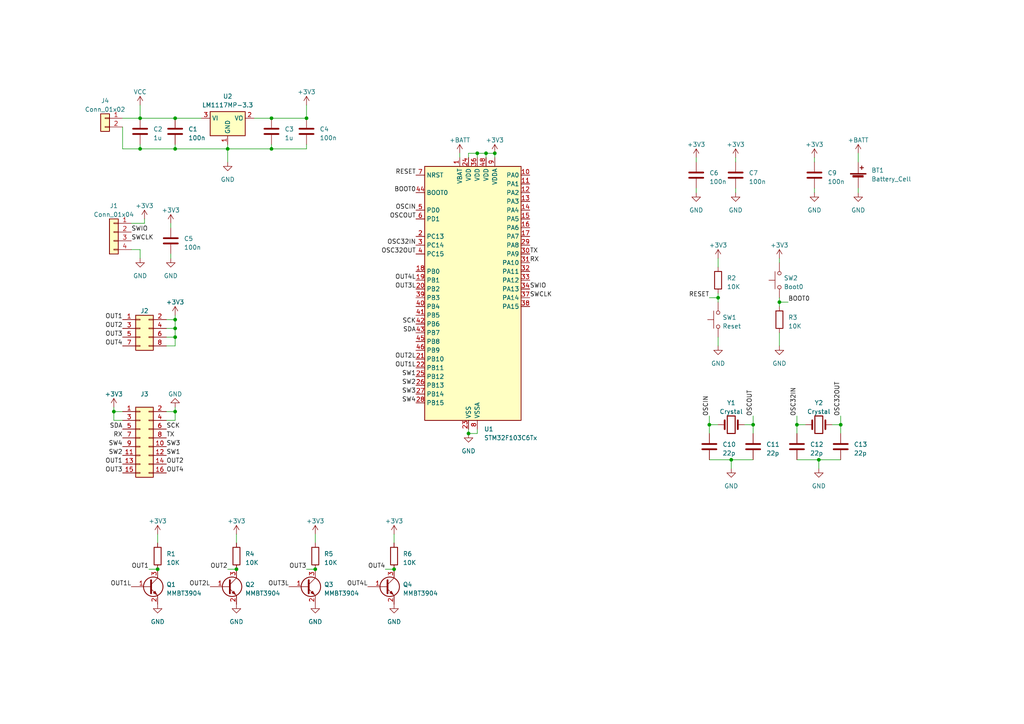
<source format=kicad_sch>
(kicad_sch (version 20230121) (generator eeschema)
  (paper "A4")
  (lib_symbols
    (symbol "Connector_Generic:Conn_01x02" (pin_names (offset 1.016) hide)
      (property "Reference" "J" (at 0 2.54 0))
      (property "Value" "Conn_01x02" (at 0 -5.08 0))
      (symbol "Conn_01x02_1_1"
        (rectangle (start -1.27 -2.413) (end 0 -2.667) (stroke (width 0.1524)))
        (rectangle (start -1.27 0.127) (end 0 -0.127) (stroke (width 0.1524)))
        (rectangle (start -1.27 1.27) (end 1.27 -3.81) (stroke (width 0.254)) (fill (type background)))
        (pin passive line (at -5.08 0 0) (length 3.81) (name "Pin_1") (number "1"))
        (pin passive line (at -5.08 -2.54 0) (length 3.81) (name "Pin_2") (number "2"))
      )
    )
    (symbol "Connector_Generic:Conn_01x04" (pin_names (offset 1.016) hide)
      (property "Reference" "J" (at 0 5.08 0))
      (property "Value" "Conn_01x04" (at 0 -7.62 0))
      (symbol "Conn_01x04_1_1"
        (rectangle (start -1.27 -4.953) (end 0 -5.207) (stroke (width 0.1524)))
        (rectangle (start -1.27 -2.413) (end 0 -2.667) (stroke (width 0.1524)))
        (rectangle (start -1.27 0.127) (end 0 -0.127) (stroke (width 0.1524)))
        (rectangle (start -1.27 2.667) (end 0 2.413) (stroke (width 0.1524)))
        (rectangle (start -1.27 3.81) (end 1.27 -6.35) (stroke (width 0.254)) (fill (type background)))
        (pin passive line (at -5.08 2.54 0) (length 3.81) (name "Pin_1") (number "1"))
        (pin passive line (at -5.08 0 0) (length 3.81) (name "Pin_2") (number "2"))
        (pin passive line (at -5.08 -2.54 0) (length 3.81) (name "Pin_3") (number "3"))
        (pin passive line (at -5.08 -5.08 0) (length 3.81) (name "Pin_4") (number "4"))
      )
    )
    (symbol "Connector_Generic:Conn_02x04_Odd_Even" (pin_names (offset 1.016) hide)
      (property "Reference" "J" (at 1.27 5.08 0))
      (property "Value" "Conn_02x04_Odd_Even" (at 1.27 -7.62 0))
      (symbol "Conn_02x04_Odd_Even_1_1"
        (rectangle (start -1.27 -4.953) (end 0 -5.207) (stroke (width 0.1524)))
        (rectangle (start -1.27 -2.413) (end 0 -2.667) (stroke (width 0.1524)))
        (rectangle (start -1.27 0.127) (end 0 -0.127) (stroke (width 0.1524)))
        (rectangle (start -1.27 2.667) (end 0 2.413) (stroke (width 0.1524)))
        (rectangle (start -1.27 3.81) (end 3.81 -6.35) (stroke (width 0.254)) (fill (type background)))
        (rectangle (start 3.81 -4.953) (end 2.54 -5.207) (stroke (width 0.1524)))
        (rectangle (start 3.81 -2.413) (end 2.54 -2.667) (stroke (width 0.1524)))
        (rectangle (start 3.81 0.127) (end 2.54 -0.127) (stroke (width 0.1524)))
        (rectangle (start 3.81 2.667) (end 2.54 2.413) (stroke (width 0.1524)))
        (pin passive line (at -5.08 2.54 0) (length 3.81) (name "Pin_1") (number "1"))
        (pin passive line (at 7.62 2.54 180) (length 3.81) (name "Pin_2") (number "2"))
        (pin passive line (at -5.08 0 0) (length 3.81) (name "Pin_3") (number "3"))
        (pin passive line (at 7.62 0 180) (length 3.81) (name "Pin_4") (number "4"))
        (pin passive line (at -5.08 -2.54 0) (length 3.81) (name "Pin_5") (number "5"))
        (pin passive line (at 7.62 -2.54 180) (length 3.81) (name "Pin_6") (number "6"))
        (pin passive line (at -5.08 -5.08 0) (length 3.81) (name "Pin_7") (number "7"))
        (pin passive line (at 7.62 -5.08 180) (length 3.81) (name "Pin_8") (number "8"))
      )
    )
    (symbol "Connector_Generic:Conn_02x08_Odd_Even" (pin_names (offset 1.016) hide)
      (property "Reference" "J" (at 1.27 10.16 0))
      (property "Value" "Conn_02x08_Odd_Even" (at 1.27 -12.7 0))
      (symbol "Conn_02x08_Odd_Even_1_1"
        (rectangle (start -1.27 -10.033) (end 0 -10.287) (stroke (width 0.1524)))
        (rectangle (start -1.27 -7.493) (end 0 -7.747) (stroke (width 0.1524)))
        (rectangle (start -1.27 -4.953) (end 0 -5.207) (stroke (width 0.1524)))
        (rectangle (start -1.27 -2.413) (end 0 -2.667) (stroke (width 0.1524)))
        (rectangle (start -1.27 0.127) (end 0 -0.127) (stroke (width 0.1524)))
        (rectangle (start -1.27 2.667) (end 0 2.413) (stroke (width 0.1524)))
        (rectangle (start -1.27 5.207) (end 0 4.953) (stroke (width 0.1524)))
        (rectangle (start -1.27 7.747) (end 0 7.493) (stroke (width 0.1524)))
        (rectangle (start -1.27 8.89) (end 3.81 -11.43) (stroke (width 0.254)) (fill (type background)))
        (rectangle (start 3.81 -10.033) (end 2.54 -10.287) (stroke (width 0.1524)))
        (rectangle (start 3.81 -7.493) (end 2.54 -7.747) (stroke (width 0.1524)))
        (rectangle (start 3.81 -4.953) (end 2.54 -5.207) (stroke (width 0.1524)))
        (rectangle (start 3.81 -2.413) (end 2.54 -2.667) (stroke (width 0.1524)))
        (rectangle (start 3.81 0.127) (end 2.54 -0.127) (stroke (width 0.1524)))
        (rectangle (start 3.81 2.667) (end 2.54 2.413) (stroke (width 0.1524)))
        (rectangle (start 3.81 5.207) (end 2.54 4.953) (stroke (width 0.1524)))
        (rectangle (start 3.81 7.747) (end 2.54 7.493) (stroke (width 0.1524)))
        (pin passive line (at -5.08 7.62 0) (length 3.81) (name "Pin_1") (number "1"))
        (pin passive line (at 7.62 -2.54 180) (length 3.81) (name "Pin_10") (number "10"))
        (pin passive line (at -5.08 -5.08 0) (length 3.81) (name "Pin_11") (number "11"))
        (pin passive line (at 7.62 -5.08 180) (length 3.81) (name "Pin_12") (number "12"))
        (pin passive line (at -5.08 -7.62 0) (length 3.81) (name "Pin_13") (number "13"))
        (pin passive line (at 7.62 -7.62 180) (length 3.81) (name "Pin_14") (number "14"))
        (pin passive line (at -5.08 -10.16 0) (length 3.81) (name "Pin_15") (number "15"))
        (pin passive line (at 7.62 -10.16 180) (length 3.81) (name "Pin_16") (number "16"))
        (pin passive line (at 7.62 7.62 180) (length 3.81) (name "Pin_2") (number "2"))
        (pin passive line (at -5.08 5.08 0) (length 3.81) (name "Pin_3") (number "3"))
        (pin passive line (at 7.62 5.08 180) (length 3.81) (name "Pin_4") (number "4"))
        (pin passive line (at -5.08 2.54 0) (length 3.81) (name "Pin_5") (number "5"))
        (pin passive line (at 7.62 2.54 180) (length 3.81) (name "Pin_6") (number "6"))
        (pin passive line (at -5.08 0 0) (length 3.81) (name "Pin_7") (number "7"))
        (pin passive line (at 7.62 0 180) (length 3.81) (name "Pin_8") (number "8"))
        (pin passive line (at -5.08 -2.54 0) (length 3.81) (name "Pin_9") (number "9"))
      )
    )
    (symbol "Device:Battery_Cell" (pin_numbers hide) (pin_names (offset 0) hide)
      (property "Reference" "BT" (at 2.54 2.54 0))
      (property "Value" "Battery_Cell" (at 2.54 0 0))
      (symbol "Battery_Cell_0_1"
        (rectangle (start -2.286 1.778) (end 2.286 1.524) (fill (type outline)))
        (rectangle (start -1.5748 1.1938) (end 1.4732 0.6858) (fill (type outline)))
        (polyline (pts (xy 0 0.762) (xy 0 0)))
        (polyline (pts (xy 0 1.778) (xy 0 2.54)))
        (polyline (pts (xy 0.508 3.429) (xy 1.524 3.429)) (stroke (width 0.254)))
        (polyline (pts (xy 1.016 3.937) (xy 1.016 2.921)) (stroke (width 0.254)))
      )
      (symbol "Battery_Cell_1_1"
        (pin passive line (at 0 5.08 270) (length 2.54) (name "+") (number "1"))
        (pin passive line (at 0 -2.54 90) (length 2.54) (name "-") (number "2"))
      )
    )
    (symbol "Device:C" (pin_numbers hide) (pin_names (offset 0.254))
      (property "Reference" "C" (at 0.635 2.54 0))
      (property "Value" "C" (at 0.635 -2.54 0))
      (symbol "C_0_1"
        (polyline (pts (xy -2.032 -0.762) (xy 2.032 -0.762)) (stroke (width 0.508)))
        (polyline (pts (xy -2.032 0.762) (xy 2.032 0.762)) (stroke (width 0.508)))
      )
      (symbol "C_1_1"
        (pin passive line (at 0 3.81 270) (length 2.794) (name "~") (number "1"))
        (pin passive line (at 0 -3.81 90) (length 2.794) (name "~") (number "2"))
      )
    )
    (symbol "Device:Crystal" (pin_numbers hide) (pin_names (offset 1.016) hide)
      (property "Reference" "Y" (at 0 3.81 0))
      (property "Value" "Crystal" (at 0 -3.81 0))
      (symbol "Crystal_0_1"
        (rectangle (start -1.143 2.54) (end 1.143 -2.54) (stroke (width 0.3048)))
        (polyline (pts (xy -2.54 0) (xy -1.905 0)))
        (polyline (pts (xy -1.905 -1.27) (xy -1.905 1.27)) (stroke (width 0.508)))
        (polyline (pts (xy 1.905 -1.27) (xy 1.905 1.27)) (stroke (width 0.508)))
        (polyline (pts (xy 2.54 0) (xy 1.905 0)))
      )
      (symbol "Crystal_1_1"
        (pin passive line (at -3.81 0 0) (length 1.27) (name "1") (number "1"))
        (pin passive line (at 3.81 0 180) (length 1.27) (name "2") (number "2"))
      )
    )
    (symbol "Device:R" (pin_numbers hide) (pin_names (offset 0))
      (property "Reference" "R" (at 2.032 0 90))
      (property "Value" "R" (at 0 0 90))
      (symbol "R_0_1"
        (rectangle (start -1.016 -2.54) (end 1.016 2.54) (stroke (width 0.254)))
      )
      (symbol "R_1_1"
        (pin passive line (at 0 3.81 270) (length 1.27) (name "~") (number "1"))
        (pin passive line (at 0 -3.81 90) (length 1.27) (name "~") (number "2"))
      )
    )
    (symbol "MCU_ST_STM32F1:STM32F103C6Tx"
      (property "Reference" "U" (at -12.7 39.37 0))
      (property "Value" "STM32F103C6Tx" (at 10.16 39.37 0))
      (symbol "STM32F103C6Tx_0_1"
        (rectangle (start -12.7 -35.56) (end 15.24 38.1) (stroke (width 0.254)) (fill (type background)))
      )
      (symbol "STM32F103C6Tx_1_1"
        (pin power_in line (at -2.54 40.64 270) (length 2.54) (name "VBAT") (number "1"))
        (pin bidirectional line (at 17.78 35.56 180) (length 2.54) (name "PA0") (number "10"))
        (pin bidirectional line (at 17.78 33.02 180) (length 2.54) (name "PA1") (number "11"))
        (pin bidirectional line (at 17.78 30.48 180) (length 2.54) (name "PA2") (number "12"))
        (pin bidirectional line (at 17.78 27.94 180) (length 2.54) (name "PA3") (number "13"))
        (pin bidirectional line (at 17.78 25.4 180) (length 2.54) (name "PA4") (number "14"))
        (pin bidirectional line (at 17.78 22.86 180) (length 2.54) (name "PA5") (number "15"))
        (pin bidirectional line (at 17.78 20.32 180) (length 2.54) (name "PA6") (number "16"))
        (pin bidirectional line (at 17.78 17.78 180) (length 2.54) (name "PA7") (number "17"))
        (pin bidirectional line (at -15.24 7.62 0) (length 2.54) (name "PB0") (number "18"))
        (pin bidirectional line (at -15.24 5.08 0) (length 2.54) (name "PB1") (number "19"))
        (pin bidirectional line (at -15.24 17.78 0) (length 2.54) (name "PC13") (number "2"))
        (pin bidirectional line (at -15.24 2.54 0) (length 2.54) (name "PB2") (number "20"))
        (pin bidirectional line (at -15.24 -17.78 0) (length 2.54) (name "PB10") (number "21"))
        (pin bidirectional line (at -15.24 -20.32 0) (length 2.54) (name "PB11") (number "22"))
        (pin power_in line (at 0 -38.1 90) (length 2.54) (name "VSS") (number "23"))
        (pin power_in line (at 0 40.64 270) (length 2.54) (name "VDD") (number "24"))
        (pin bidirectional line (at -15.24 -22.86 0) (length 2.54) (name "PB12") (number "25"))
        (pin bidirectional line (at -15.24 -25.4 0) (length 2.54) (name "PB13") (number "26"))
        (pin bidirectional line (at -15.24 -27.94 0) (length 2.54) (name "PB14") (number "27"))
        (pin bidirectional line (at -15.24 -30.48 0) (length 2.54) (name "PB15") (number "28"))
        (pin bidirectional line (at 17.78 15.24 180) (length 2.54) (name "PA8") (number "29"))
        (pin bidirectional line (at -15.24 15.24 0) (length 2.54) (name "PC14") (number "3"))
        (pin bidirectional line (at 17.78 12.7 180) (length 2.54) (name "PA9") (number "30"))
        (pin bidirectional line (at 17.78 10.16 180) (length 2.54) (name "PA10") (number "31"))
        (pin bidirectional line (at 17.78 7.62 180) (length 2.54) (name "PA11") (number "32"))
        (pin bidirectional line (at 17.78 5.08 180) (length 2.54) (name "PA12") (number "33"))
        (pin bidirectional line (at 17.78 2.54 180) (length 2.54) (name "PA13") (number "34"))
        (pin passive line (at 0 -38.1 90) (length 2.54) hide (name "VSS") (number "35"))
        (pin power_in line (at 2.54 40.64 270) (length 2.54) (name "VDD") (number "36"))
        (pin bidirectional line (at 17.78 0 180) (length 2.54) (name "PA14") (number "37"))
        (pin bidirectional line (at 17.78 -2.54 180) (length 2.54) (name "PA15") (number "38"))
        (pin bidirectional line (at -15.24 0 0) (length 2.54) (name "PB3") (number "39"))
        (pin bidirectional line (at -15.24 12.7 0) (length 2.54) (name "PC15") (number "4"))
        (pin bidirectional line (at -15.24 -2.54 0) (length 2.54) (name "PB4") (number "40"))
        (pin bidirectional line (at -15.24 -5.08 0) (length 2.54) (name "PB5") (number "41"))
        (pin bidirectional line (at -15.24 -7.62 0) (length 2.54) (name "PB6") (number "42"))
        (pin bidirectional line (at -15.24 -10.16 0) (length 2.54) (name "PB7") (number "43"))
        (pin input line (at -15.24 30.48 0) (length 2.54) (name "BOOT0") (number "44"))
        (pin bidirectional line (at -15.24 -12.7 0) (length 2.54) (name "PB8") (number "45"))
        (pin bidirectional line (at -15.24 -15.24 0) (length 2.54) (name "PB9") (number "46"))
        (pin passive line (at 0 -38.1 90) (length 2.54) hide (name "VSS") (number "47"))
        (pin power_in line (at 5.08 40.64 270) (length 2.54) (name "VDD") (number "48"))
        (pin bidirectional line (at -15.24 25.4 0) (length 2.54) (name "PD0") (number "5"))
        (pin bidirectional line (at -15.24 22.86 0) (length 2.54) (name "PD1") (number "6"))
        (pin input line (at -15.24 35.56 0) (length 2.54) (name "NRST") (number "7"))
        (pin power_in line (at 2.54 -38.1 90) (length 2.54) (name "VSSA") (number "8"))
        (pin power_in line (at 7.62 40.64 270) (length 2.54) (name "VDDA") (number "9"))
      )
    )
    (symbol "Regulator_Linear:LM1117MP-3.3"
      (property "Reference" "U" (at -3.81 3.175 0))
      (property "Value" "LM1117MP-3.3" (at 0 3.175 0))
      (symbol "LM1117MP-3.3_0_1"
        (rectangle (start -5.08 -5.08) (end 5.08 1.905) (stroke (width 0.254)) (fill (type background)))
      )
      (symbol "LM1117MP-3.3_1_1"
        (pin power_in line (at 0 -7.62 90) (length 2.54) (name "GND") (number "1"))
        (pin power_out line (at 7.62 0 180) (length 2.54) (name "VO") (number "2"))
        (pin power_in line (at -7.62 0 0) (length 2.54) (name "VI") (number "3"))
      )
    )
    (symbol "Switch:SW_Push" (pin_numbers hide) (pin_names (offset 1.016) hide)
      (property "Reference" "SW" (at 1.27 2.54 0))
      (property "Value" "SW_Push" (at 0 -1.524 0))
      (symbol "SW_Push_0_1"
        (circle (center -2.032 0) (radius 0.508))
        (polyline (pts (xy 0 1.27) (xy 0 3.048)))
        (polyline (pts (xy 2.54 1.27) (xy -2.54 1.27)))
        (circle (center 2.032 0) (radius 0.508))
        (pin passive line (at -5.08 0 0) (length 2.54) (name "1") (number "1"))
        (pin passive line (at 5.08 0 180) (length 2.54) (name "2") (number "2"))
      )
    )
    (symbol "Transistor_BJT:MMBT3904" (pin_names (offset 0) hide)
      (property "Reference" "Q" (at 5.08 1.905 0))
      (property "Value" "MMBT3904" (at 5.08 0 0))
      (symbol "MMBT3904_0_1"
        (polyline (pts (xy 0.635 0.635) (xy 2.54 2.54)))
        (polyline (pts (xy 0.635 -0.635) (xy 2.54 -2.54) (xy 2.54 -2.54)))
        (polyline (pts (xy 0.635 1.905) (xy 0.635 -1.905) (xy 0.635 -1.905)) (stroke (width 0.508)))
        (polyline (pts (xy 1.27 -1.778) (xy 1.778 -1.27) (xy 2.286 -2.286) (xy 1.27 -1.778) (xy 1.27 -1.778)) (fill (type outline)))
        (circle (center 1.27 0) (radius 2.8194) (stroke (width 0.254)))
      )
      (symbol "MMBT3904_1_1"
        (pin input line (at -5.08 0 0) (length 5.715) (name "B") (number "1"))
        (pin passive line (at 2.54 -5.08 90) (length 2.54) (name "E") (number "2"))
        (pin passive line (at 2.54 5.08 270) (length 2.54) (name "C") (number "3"))
      )
    )
    (symbol "power:+3V3" (power) (pin_names (offset 0))
      (property "Value" "+3V3" (at 0 3.556 0))
      (symbol "+3V3_0_1"
        (polyline (pts (xy -0.762 1.27) (xy 0 2.54)))
        (polyline (pts (xy 0 0) (xy 0 2.54)))
        (polyline (pts (xy 0 2.54) (xy 0.762 1.27)))
      )
      (symbol "+3V3_1_1"
        (pin power_in line (at 0 0 90) (length 0) hide (name "+3V3") (number "1"))
      )
    )
    (symbol "power:+BATT" (power) (pin_names (offset 0))
      (property "Value" "+BATT" (at 0 3.556 0))
      (symbol "+BATT_0_1"
        (polyline (pts (xy -0.762 1.27) (xy 0 2.54)))
        (polyline (pts (xy 0 0) (xy 0 2.54)))
        (polyline (pts (xy 0 2.54) (xy 0.762 1.27)))
      )
      (symbol "+BATT_1_1"
        (pin power_in line (at 0 0 90) (length 0) hide (name "+BATT") (number "1"))
      )
    )
    (symbol "power:GND" (power) (pin_names (offset 0))
      (property "Value" "GND" (at 0 -3.81 0))
      (symbol "GND_0_1"
        (polyline (pts (xy 0 0) (xy 0 -1.27) (xy 1.27 -1.27) (xy 0 -2.54) (xy -1.27 -1.27) (xy 0 -1.27)))
      )
      (symbol "GND_1_1"
        (pin power_in line (at 0 0 270) (length 0) hide (name "GND") (number "1"))
      )
    )
    (symbol "power:VCC" (power) (pin_names (offset 0))
      (property "Value" "VCC" (at 0 3.81 0))
      (symbol "VCC_0_1"
        (polyline (pts (xy -0.762 1.27) (xy 0 2.54)))
        (polyline (pts (xy 0 0) (xy 0 2.54)))
        (polyline (pts (xy 0 2.54) (xy 0.762 1.27)))
      )
      (symbol "VCC_1_1"
        (pin power_in line (at 0 0 90) (length 0) hide (name "VCC") (number "1"))
      )
    )
  )
  (junction (at 88.9 34.29))
  (junction (at 143.51 44.45))
  (junction (at 231.14 123.19))
  (junction (at 50.8 119.38))
  (junction (at 78.74 43.18))
  (junction (at 50.8 97.79))
  (junction (at 135.89 125.73))
  (junction (at 218.44 123.19))
  (junction (at 91.44 165.1))
  (junction (at 237.49 133.35))
  (junction (at 40.64 34.29))
  (junction (at 226.06 87.63))
  (junction (at 50.8 34.29))
  (junction (at 243.84 123.19))
  (junction (at 208.28 86.36))
  (junction (at 50.8 95.25))
  (junction (at 50.8 43.18))
  (junction (at 138.43 44.45))
  (junction (at 212.09 133.35))
  (junction (at 114.3 165.1))
  (junction (at 50.8 92.71))
  (junction (at 140.97 44.45))
  (junction (at 66.04 43.18))
  (junction (at 205.74 123.19))
  (junction (at 78.74 34.29))
  (junction (at 40.64 43.18))
  (junction (at 33.02 119.38))
  (junction (at 45.72 165.1))
  (junction (at 68.58 165.1))
  (wire (pts (xy 138.43 44.45) (xy 138.43 45.72)))
  (wire (pts (xy 138.43 44.45) (xy 140.97 44.45)))
  (wire (pts (xy 50.8 91.44) (xy 50.8 92.71)))
  (wire (pts (xy 50.8 97.79) (xy 50.8 100.33)))
  (wire (pts (xy 212.09 133.35) (xy 218.44 133.35)))
  (wire (pts (xy 48.26 92.71) (xy 50.8 92.71)))
  (wire (pts (xy 208.28 74.93) (xy 208.28 77.47)))
  (wire (pts (xy 226.06 87.63) (xy 228.6 87.63)))
  (wire (pts (xy 135.89 45.72) (xy 135.89 44.45)))
  (wire (pts (xy 38.1 72.39) (xy 40.64 72.39)))
  (wire (pts (xy 135.89 44.45) (xy 138.43 44.45)))
  (wire (pts (xy 212.09 133.35) (xy 212.09 135.89)))
  (wire (pts (xy 88.9 43.18) (xy 78.74 43.18)))
  (wire (pts (xy 50.8 119.38) (xy 50.8 118.11)))
  (wire (pts (xy 213.36 45.72) (xy 213.36 46.99)))
  (wire (pts (xy 208.28 86.36) (xy 208.28 87.63)))
  (wire (pts (xy 40.64 30.48) (xy 40.64 34.29)))
  (wire (pts (xy 78.74 43.18) (xy 66.04 43.18)))
  (wire (pts (xy 226.06 74.93) (xy 226.06 76.2)))
  (wire (pts (xy 226.06 86.36) (xy 226.06 87.63)))
  (wire (pts (xy 78.74 34.29) (xy 88.9 34.29)))
  (wire (pts (xy 40.64 43.18) (xy 50.8 43.18)))
  (wire (pts (xy 35.56 43.18) (xy 40.64 43.18)))
  (wire (pts (xy 248.92 54.61) (xy 248.92 55.88)))
  (wire (pts (xy 40.64 41.91) (xy 40.64 43.18)))
  (wire (pts (xy 218.44 120.65) (xy 218.44 123.19)))
  (wire (pts (xy 226.06 96.52) (xy 226.06 100.33)))
  (wire (pts (xy 205.74 86.36) (xy 208.28 86.36)))
  (wire (pts (xy 208.28 123.19) (xy 205.74 123.19)))
  (wire (pts (xy 50.8 92.71) (xy 50.8 95.25)))
  (wire (pts (xy 33.02 119.38) (xy 33.02 118.11)))
  (wire (pts (xy 91.44 154.94) (xy 91.44 157.48)))
  (wire (pts (xy 43.18 165.1) (xy 45.72 165.1)))
  (wire (pts (xy 114.3 154.94) (xy 114.3 157.48)))
  (wire (pts (xy 35.56 34.29) (xy 40.64 34.29)))
  (wire (pts (xy 111.76 165.1) (xy 114.3 165.1)))
  (wire (pts (xy 48.26 121.92) (xy 50.8 121.92)))
  (wire (pts (xy 231.14 133.35) (xy 237.49 133.35)))
  (wire (pts (xy 243.84 120.65) (xy 243.84 123.19)))
  (wire (pts (xy 73.66 34.29) (xy 78.74 34.29)))
  (wire (pts (xy 248.92 44.45) (xy 248.92 46.99)))
  (wire (pts (xy 48.26 119.38) (xy 50.8 119.38)))
  (wire (pts (xy 41.91 64.77) (xy 41.91 63.5)))
  (wire (pts (xy 50.8 121.92) (xy 50.8 119.38)))
  (wire (pts (xy 236.22 45.72) (xy 236.22 46.99)))
  (wire (pts (xy 48.26 95.25) (xy 50.8 95.25)))
  (wire (pts (xy 88.9 165.1) (xy 91.44 165.1)))
  (wire (pts (xy 231.14 123.19) (xy 231.14 125.73)))
  (wire (pts (xy 243.84 123.19) (xy 243.84 125.73)))
  (wire (pts (xy 35.56 121.92) (xy 33.02 121.92)))
  (wire (pts (xy 66.04 165.1) (xy 68.58 165.1)))
  (wire (pts (xy 66.04 41.91) (xy 66.04 43.18)))
  (wire (pts (xy 78.74 41.91) (xy 78.74 43.18)))
  (wire (pts (xy 33.02 121.92) (xy 33.02 119.38)))
  (wire (pts (xy 138.43 124.46) (xy 138.43 125.73)))
  (wire (pts (xy 48.26 97.79) (xy 50.8 97.79)))
  (wire (pts (xy 205.74 123.19) (xy 205.74 125.73)))
  (wire (pts (xy 237.49 133.35) (xy 237.49 135.89)))
  (wire (pts (xy 213.36 54.61) (xy 213.36 55.88)))
  (wire (pts (xy 66.04 43.18) (xy 66.04 46.99)))
  (wire (pts (xy 143.51 44.45) (xy 143.51 45.72)))
  (wire (pts (xy 50.8 95.25) (xy 50.8 97.79)))
  (wire (pts (xy 140.97 44.45) (xy 143.51 44.45)))
  (wire (pts (xy 237.49 133.35) (xy 243.84 133.35)))
  (wire (pts (xy 201.93 45.72) (xy 201.93 46.99)))
  (wire (pts (xy 49.53 64.77) (xy 49.53 66.04)))
  (wire (pts (xy 215.9 123.19) (xy 218.44 123.19)))
  (wire (pts (xy 50.8 43.18) (xy 66.04 43.18)))
  (wire (pts (xy 140.97 44.45) (xy 140.97 45.72)))
  (wire (pts (xy 208.28 85.09) (xy 208.28 86.36)))
  (wire (pts (xy 50.8 34.29) (xy 58.42 34.29)))
  (wire (pts (xy 35.56 36.83) (xy 35.56 43.18)))
  (wire (pts (xy 226.06 87.63) (xy 226.06 88.9)))
  (wire (pts (xy 35.56 119.38) (xy 33.02 119.38)))
  (wire (pts (xy 236.22 54.61) (xy 236.22 55.88)))
  (wire (pts (xy 49.53 73.66) (xy 49.53 74.93)))
  (wire (pts (xy 138.43 125.73) (xy 135.89 125.73)))
  (wire (pts (xy 40.64 34.29) (xy 50.8 34.29)))
  (wire (pts (xy 88.9 41.91) (xy 88.9 43.18)))
  (wire (pts (xy 45.72 154.94) (xy 45.72 157.48)))
  (wire (pts (xy 218.44 123.19) (xy 218.44 125.73)))
  (wire (pts (xy 205.74 120.65) (xy 205.74 123.19)))
  (wire (pts (xy 88.9 30.48) (xy 88.9 34.29)))
  (wire (pts (xy 231.14 120.65) (xy 231.14 123.19)))
  (wire (pts (xy 48.26 100.33) (xy 50.8 100.33)))
  (wire (pts (xy 208.28 97.79) (xy 208.28 100.33)))
  (wire (pts (xy 241.3 123.19) (xy 243.84 123.19)))
  (wire (pts (xy 38.1 64.77) (xy 41.91 64.77)))
  (wire (pts (xy 135.89 124.46) (xy 135.89 125.73)))
  (wire (pts (xy 201.93 54.61) (xy 201.93 55.88)))
  (wire (pts (xy 205.74 133.35) (xy 212.09 133.35)))
  (wire (pts (xy 50.8 41.91) (xy 50.8 43.18)))
  (wire (pts (xy 40.64 72.39) (xy 40.64 74.93)))
  (wire (pts (xy 133.35 44.45) (xy 133.35 45.72)))
  (wire (pts (xy 233.68 123.19) (xy 231.14 123.19)))
  (wire (pts (xy 68.58 154.94) (xy 68.58 157.48)))
  (label "OUT4L" (at 106.68 170.18 180))
  (label "OUT1" (at 35.56 134.62 180))
  (label "OSCOUT" (at 120.65 63.5 180))
  (label "RX" (at 153.67 76.2 0))
  (label "SW1" (at 48.26 132.08 0))
  (label "SDA" (at 120.65 96.52 180))
  (label "OSC32IN" (at 231.14 120.65 90))
  (label "OUT2L" (at 120.65 104.14 180))
  (label "OUT1" (at 35.56 92.71 180))
  (label "OUT1L" (at 120.65 106.68 180))
  (label "SWIO" (at 38.1 67.31 0))
  (label "OSCIN" (at 205.74 120.65 90))
  (label "OUT3" (at 35.56 97.79 180))
  (label "OUT4" (at 35.56 100.33 180))
  (label "RESET" (at 120.65 50.8 180))
  (label "BOOT0" (at 228.6 87.63 0))
  (label "TX" (at 48.26 127 0))
  (label "OUT4L" (at 120.65 81.28 180))
  (label "OUT3" (at 88.9 165.1 180))
  (label "SW2" (at 120.65 111.76 180))
  (label "RX" (at 35.56 127 180))
  (label "OSCOUT" (at 218.44 120.65 90))
  (label "OUT4" (at 111.76 165.1 180))
  (label "OSC32OUT" (at 243.84 120.65 90))
  (label "SWCLK" (at 38.1 69.85 0))
  (label "TX" (at 153.67 73.66 0))
  (label "OSC32IN" (at 120.65 71.12 180))
  (label "SWCLK" (at 153.67 86.36 0))
  (label "RESET" (at 205.74 86.36 180))
  (label "OUT2" (at 35.56 95.25 180))
  (label "OSC32OUT" (at 120.65 73.66 180))
  (label "OUT2" (at 66.04 165.1 180))
  (label "BOOT0" (at 120.65 55.88 180))
  (label "OUT4" (at 48.26 137.16 0))
  (label "OUT2L" (at 60.96 170.18 180))
  (label "OSCIN" (at 120.65 60.96 180))
  (label "SW4" (at 120.65 116.84 180))
  (label "SW1" (at 120.65 109.22 180))
  (label "SDA" (at 35.56 124.46 180))
  (label "SCK" (at 120.65 93.98 180))
  (label "OUT1" (at 43.18 165.1 180))
  (label "OUT3L" (at 83.82 170.18 180))
  (label "OUT2" (at 48.26 134.62 0))
  (label "SW2" (at 35.56 132.08 180))
  (label "OUT1L" (at 38.1 170.18 180))
  (label "OUT3" (at 35.56 137.16 180))
  (label "SW4" (at 35.56 129.54 180))
  (label "OUT3L" (at 120.65 83.82 180))
  (label "SCK" (at 48.26 124.46 0))
  (label "SWIO" (at 153.67 83.82 0))
  (label "SW3" (at 120.65 114.3 180))
  (label "SW3" (at 48.26 129.54 0))
  (symbol (lib_id "Transistor_BJT:MMBT3904") (at 88.9 170.18 0) (unit 1)
    (property "Reference" "Q3" (at 93.98 169.545 0) (effects (justify left)))
    (property "Value" "MMBT3904" (at 93.98 172.085 0) (effects (justify left)))
    (property "Footprint" "Package_TO_SOT_SMD:SOT-23" (effects hide))
    (property "Datasheet" "https://www.onsemi.com/pub/Collateral/2N3903-D.PDF" (effects hide))
  )
  (symbol (lib_id "Device:R") (at 91.44 161.29 0) (unit 1)
    (property "Reference" "R5" (at 93.98 160.655 0) (effects (justify left)))
    (property "Value" "10K" (at 93.98 163.195 0) (effects (justify left)))
    (property "Footprint" "Resistor_SMD:R_1206_3216Metric_Pad1.30x1.75mm_HandSolder" (effects hide))
  )
  (symbol (lib_id "power:+3V3") (at 201.93 45.72 0) (unit 1)
    (property "Reference" "#PWR010" (effects hide))
    (property "Value" "+3V3" (at 201.93 41.91 0))
  )
  (symbol (lib_id "power:+3V3") (at 213.36 45.72 0) (unit 1)
    (property "Reference" "#PWR012" (effects hide))
    (property "Value" "+3V3" (at 213.36 41.91 0))
  )
  (symbol (lib_id "power:VCC") (at 40.64 30.48 0) (unit 1)
    (property "Reference" "#PWR03" (effects hide))
    (property "Value" "VCC" (at 40.64 26.67 0))
  )
  (symbol (lib_id "Device:Crystal") (at 237.49 123.19 0) (unit 1)
    (property "Reference" "Y2" (at 237.49 116.84 0))
    (property "Value" "Crystal" (at 237.49 119.38 0))
    (property "Footprint" "Crystal:Crystal_C38-LF_D3.0mm_L8.0mm_Horizontal" (effects hide))
  )
  (symbol (lib_id "power:GND") (at 212.09 135.89 0) (unit 1)
    (property "Reference" "#PWR024" (effects hide))
    (property "Value" "GND" (at 212.09 140.97 0))
  )
  (symbol (lib_id "Transistor_BJT:MMBT3904") (at 43.18 170.18 0) (unit 1)
    (property "Reference" "Q1" (at 48.26 169.545 0) (effects (justify left)))
    (property "Value" "MMBT3904" (at 48.26 172.085 0) (effects (justify left)))
    (property "Footprint" "Package_TO_SOT_SMD:SOT-23" (effects hide))
    (property "Datasheet" "https://www.onsemi.com/pub/Collateral/2N3903-D.PDF" (effects hide))
  )
  (symbol (lib_id "power:GND") (at 248.92 55.88 0) (unit 1)
    (property "Reference" "#PWR019" (effects hide))
    (property "Value" "GND" (at 248.92 60.96 0))
  )
  (symbol (lib_id "power:GND") (at 68.58 175.26 0) (unit 1)
    (property "Reference" "#PWR031" (effects hide))
    (property "Value" "GND" (at 68.58 180.34 0))
  )
  (symbol (lib_id "power:GND") (at 91.44 175.26 0) (unit 1)
    (property "Reference" "#PWR032" (effects hide))
    (property "Value" "GND" (at 91.44 180.34 0))
  )
  (symbol (lib_id "MCU_ST_STM32F1:STM32F103C6Tx") (at 135.89 86.36 0) (unit 1)
    (property "Reference" "U1" (at 140.3859 124.46 0) (effects (justify left)))
    (property "Value" "STM32F103C6Tx" (at 140.3859 127 0) (effects (justify left)))
    (property "Footprint" "Package_QFP:LQFP-48_7x7mm_P0.5mm" (effects hide))
    (property "Datasheet" "https://www.st.com/resource/en/datasheet/stm32f103c6.pdf" (effects hide))
  )
  (symbol (lib_id "power:GND") (at 201.93 55.88 0) (unit 1)
    (property "Reference" "#PWR011" (effects hide))
    (property "Value" "GND" (at 201.93 60.96 0))
  )
  (symbol (lib_id "Connector_Generic:Conn_01x04") (at 33.02 67.31 0) (mirror y) (unit 1)
    (property "Reference" "J1" (at 33.02 59.69 0))
    (property "Value" "Conn_01x04" (at 33.02 62.23 0))
    (property "Footprint" "Connector_PinHeader_2.54mm:PinHeader_1x04_P2.54mm_Vertical" (effects hide))
  )
  (symbol (lib_id "power:GND") (at 213.36 55.88 0) (unit 1)
    (property "Reference" "#PWR013" (effects hide))
    (property "Value" "GND" (at 213.36 60.96 0))
  )
  (symbol (lib_id "Device:Battery_Cell") (at 248.92 52.07 0) (unit 1)
    (property "Reference" "BT1" (at 252.73 49.403 0) (effects (justify left)))
    (property "Value" "Battery_Cell" (at 252.73 51.943 0) (effects (justify left)))
    (property "Footprint" "Battery:BatteryHolder_Keystone_104_1x23mm" (effects hide))
  )
  (symbol (lib_id "Device:R") (at 114.3 161.29 0) (unit 1)
    (property "Reference" "R6" (at 116.84 160.655 0) (effects (justify left)))
    (property "Value" "10K" (at 116.84 163.195 0) (effects (justify left)))
    (property "Footprint" "Resistor_SMD:R_1206_3216Metric_Pad1.30x1.75mm_HandSolder" (effects hide))
  )
  (symbol (lib_id "Device:C") (at 205.74 129.54 0) (unit 1)
    (property "Reference" "C10" (at 209.55 128.905 0) (effects (justify left)))
    (property "Value" "22p" (at 209.55 131.445 0) (effects (justify left)))
    (property "Footprint" "Capacitor_SMD:C_1206_3216Metric_Pad1.33x1.80mm_HandSolder" (effects hide))
  )
  (symbol (lib_id "Device:Crystal") (at 212.09 123.19 0) (unit 1)
    (property "Reference" "Y1" (at 212.09 116.84 0))
    (property "Value" "Crystal" (at 212.09 119.38 0))
    (property "Footprint" "Crystal:Crystal_HC49-U_Vertical" (effects hide))
  )
  (symbol (lib_id "power:GND") (at 237.49 135.89 0) (unit 1)
    (property "Reference" "#PWR025" (effects hide))
    (property "Value" "GND" (at 237.49 140.97 0))
  )
  (symbol (lib_id "power:+3V3") (at 88.9 30.48 0) (unit 1)
    (property "Reference" "#PWR04" (effects hide))
    (property "Value" "+3V3" (at 88.9 26.67 0))
  )
  (symbol (lib_id "Connector_Generic:Conn_02x04_Odd_Even") (at 40.64 95.25 0) (unit 1)
    (property "Reference" "J2" (at 41.91 90.17 0))
    (property "Value" "Conn_02x04_Odd_Even" (effects hide))
    (property "Footprint" "Connector_PinHeader_2.54mm:PinHeader_2x04_P2.54mm_Vertical" (effects hide))
  )
  (symbol (lib_id "Device:R") (at 226.06 92.71 0) (unit 1)
    (property "Reference" "R3" (at 228.6 92.075 0) (effects (justify left)))
    (property "Value" "10K" (at 228.6 94.615 0) (effects (justify left)))
    (property "Footprint" "Resistor_SMD:R_1206_3216Metric_Pad1.30x1.75mm_HandSolder" (effects hide))
  )
  (symbol (lib_id "power:GND") (at 49.53 74.93 0) (unit 1)
    (property "Reference" "#PWR08" (effects hide))
    (property "Value" "GND" (at 49.53 80.01 0))
  )
  (symbol (lib_id "Device:R") (at 208.28 81.28 0) (unit 1)
    (property "Reference" "R2" (at 210.82 80.645 0) (effects (justify left)))
    (property "Value" "10K" (at 210.82 83.185 0) (effects (justify left)))
    (property "Footprint" "Resistor_SMD:R_1206_3216Metric_Pad1.30x1.75mm_HandSolder" (effects hide))
  )
  (symbol (lib_id "power:+3V3") (at 33.02 118.11 0) (unit 1)
    (property "Reference" "#PWR01" (effects hide))
    (property "Value" "+3V3" (at 33.02 114.3 0))
  )
  (symbol (lib_id "Device:C") (at 50.8 38.1 0) (unit 1)
    (property "Reference" "C1" (at 54.61 37.465 0) (effects (justify left)))
    (property "Value" "100n" (at 54.61 40.005 0) (effects (justify left)))
    (property "Footprint" "Capacitor_SMD:C_1206_3216Metric_Pad1.33x1.80mm_HandSolder" (effects hide))
  )
  (symbol (lib_id "power:+3V3") (at 49.53 64.77 0) (unit 1)
    (property "Reference" "#PWR07" (effects hide))
    (property "Value" "+3V3" (at 49.53 60.96 0))
  )
  (symbol (lib_id "Connector_Generic:Conn_01x02") (at 30.48 34.29 0) (mirror y) (unit 1)
    (property "Reference" "J4" (at 30.48 29.21 0))
    (property "Value" "Conn_01x02" (at 30.48 31.75 0))
    (property "Footprint" "Connector_PinHeader_2.54mm:PinHeader_1x02_P2.54mm_Vertical" (effects hide))
  )
  (symbol (lib_id "power:+3V3") (at 45.72 154.94 0) (unit 1)
    (property "Reference" "#PWR034" (effects hide))
    (property "Value" "+3V3" (at 45.72 151.13 0))
  )
  (symbol (lib_id "power:+3V3") (at 226.06 74.93 0) (unit 1)
    (property "Reference" "#PWR023" (effects hide))
    (property "Value" "+3V3" (at 226.06 71.12 0))
  )
  (symbol (lib_id "power:+BATT") (at 133.35 44.45 0) (unit 1)
    (property "Reference" "#PWR026" (effects hide))
    (property "Value" "+BATT" (at 133.35 40.64 0))
  )
  (symbol (lib_id "power:GND") (at 236.22 55.88 0) (unit 1)
    (property "Reference" "#PWR017" (effects hide))
    (property "Value" "GND" (at 236.22 60.96 0))
  )
  (symbol (lib_id "power:GND") (at 66.04 46.99 0) (unit 1)
    (property "Reference" "#PWR02" (effects hide))
    (property "Value" "GND" (at 66.04 52.07 0))
  )
  (symbol (lib_id "power:GND") (at 135.89 125.73 0) (unit 1)
    (property "Reference" "#PWR028" (effects hide))
    (property "Value" "GND" (at 135.89 130.81 0))
  )
  (symbol (lib_id "Device:C") (at 231.14 129.54 0) (unit 1)
    (property "Reference" "C12" (at 234.95 128.905 0) (effects (justify left)))
    (property "Value" "22p" (at 234.95 131.445 0) (effects (justify left)))
    (property "Footprint" "Capacitor_SMD:C_1206_3216Metric_Pad1.33x1.80mm_HandSolder" (effects hide))
  )
  (symbol (lib_id "Device:R") (at 68.58 161.29 0) (unit 1)
    (property "Reference" "R4" (at 71.12 160.655 0) (effects (justify left)))
    (property "Value" "10K" (at 71.12 163.195 0) (effects (justify left)))
    (property "Footprint" "Resistor_SMD:R_1206_3216Metric_Pad1.30x1.75mm_HandSolder" (effects hide))
  )
  (symbol (lib_id "power:GND") (at 40.64 74.93 0) (unit 1)
    (property "Reference" "#PWR05" (effects hide))
    (property "Value" "GND" (at 40.64 80.01 0))
  )
  (symbol (lib_id "power:+3V3") (at 41.91 63.5 0) (unit 1)
    (property "Reference" "#PWR06" (effects hide))
    (property "Value" "+3V3" (at 41.91 59.69 0))
  )
  (symbol (lib_id "Device:C") (at 78.74 38.1 0) (unit 1)
    (property "Reference" "C3" (at 82.55 37.465 0) (effects (justify left)))
    (property "Value" "1u" (at 82.55 40.005 0) (effects (justify left)))
    (property "Footprint" "Capacitor_SMD:C_1206_3216Metric_Pad1.33x1.80mm_HandSolder" (effects hide))
  )
  (symbol (lib_id "Device:C") (at 218.44 129.54 0) (unit 1)
    (property "Reference" "C11" (at 222.25 128.905 0) (effects (justify left)))
    (property "Value" "22p" (at 222.25 131.445 0) (effects (justify left)))
    (property "Footprint" "Capacitor_SMD:C_1206_3216Metric_Pad1.33x1.80mm_HandSolder" (effects hide))
  )
  (symbol (lib_id "Connector_Generic:Conn_02x08_Odd_Even") (at 40.64 127 0) (unit 1)
    (property "Reference" "J3" (at 41.91 114.3 0))
    (property "Value" "Conn_02x08_Odd_Even" (effects hide))
    (property "Footprint" "Connector_PinHeader_2.54mm:PinHeader_2x08_P2.54mm_Horizontal" (effects hide))
  )
  (symbol (lib_id "power:GND") (at 50.8 118.11 180) (unit 1)
    (property "Reference" "#PWR029" (effects hide))
    (property "Value" "GND" (at 50.8 114.3 0))
  )
  (symbol (lib_id "Device:C") (at 243.84 129.54 0) (unit 1)
    (property "Reference" "C13" (at 247.65 128.905 0) (effects (justify left)))
    (property "Value" "22p" (at 247.65 131.445 0) (effects (justify left)))
    (property "Footprint" "Capacitor_SMD:C_1206_3216Metric_Pad1.33x1.80mm_HandSolder" (effects hide))
  )
  (symbol (lib_id "power:+3V3") (at 68.58 154.94 0) (unit 1)
    (property "Reference" "#PWR035" (effects hide))
    (property "Value" "+3V3" (at 68.58 151.13 0))
  )
  (symbol (lib_id "Device:R") (at 45.72 161.29 0) (unit 1)
    (property "Reference" "R1" (at 48.26 160.655 0) (effects (justify left)))
    (property "Value" "10K" (at 48.26 163.195 0) (effects (justify left)))
    (property "Footprint" "Resistor_SMD:R_1206_3216Metric_Pad1.30x1.75mm_HandSolder" (effects hide))
  )
  (symbol (lib_id "power:GND") (at 208.28 100.33 0) (unit 1)
    (property "Reference" "#PWR020" (effects hide))
    (property "Value" "GND" (at 208.28 105.41 0))
  )
  (symbol (lib_id "Switch:SW_Push") (at 226.06 81.28 90) (unit 1)
    (property "Reference" "SW2" (at 227.33 80.645 90) (effects (justify right)))
    (property "Value" "Boot0" (at 227.33 83.185 90) (effects (justify right)))
    (property "Footprint" "Button_Switch_THT:SW_PUSH_6mm" (effects hide))
  )
  (symbol (lib_id "power:GND") (at 226.06 100.33 0) (unit 1)
    (property "Reference" "#PWR021" (effects hide))
    (property "Value" "GND" (at 226.06 105.41 0))
  )
  (symbol (lib_id "Device:C") (at 236.22 50.8 0) (unit 1)
    (property "Reference" "C9" (at 240.03 50.165 0) (effects (justify left)))
    (property "Value" "100n" (at 240.03 52.705 0) (effects (justify left)))
    (property "Footprint" "Capacitor_SMD:C_1206_3216Metric_Pad1.33x1.80mm_HandSolder" (effects hide))
  )
  (symbol (lib_id "power:GND") (at 45.72 175.26 0) (unit 1)
    (property "Reference" "#PWR030" (effects hide))
    (property "Value" "GND" (at 45.72 180.34 0))
  )
  (symbol (lib_id "Device:C") (at 201.93 50.8 0) (unit 1)
    (property "Reference" "C6" (at 205.74 50.165 0) (effects (justify left)))
    (property "Value" "100n" (at 205.74 52.705 0) (effects (justify left)))
    (property "Footprint" "Capacitor_SMD:C_1206_3216Metric_Pad1.33x1.80mm_HandSolder" (effects hide))
  )
  (symbol (lib_id "Device:C") (at 213.36 50.8 0) (unit 1)
    (property "Reference" "C7" (at 217.17 50.165 0) (effects (justify left)))
    (property "Value" "100n" (at 217.17 52.705 0) (effects (justify left)))
    (property "Footprint" "Capacitor_SMD:C_1206_3216Metric_Pad1.33x1.80mm_HandSolder" (effects hide))
  )
  (symbol (lib_id "power:+3V3") (at 91.44 154.94 0) (unit 1)
    (property "Reference" "#PWR036" (effects hide))
    (property "Value" "+3V3" (at 91.44 151.13 0))
  )
  (symbol (lib_id "Device:C") (at 49.53 69.85 0) (unit 1)
    (property "Reference" "C5" (at 53.34 69.215 0) (effects (justify left)))
    (property "Value" "100n" (at 53.34 71.755 0) (effects (justify left)))
    (property "Footprint" "Capacitor_SMD:C_1206_3216Metric_Pad1.33x1.80mm_HandSolder" (effects hide))
  )
  (symbol (lib_id "power:GND") (at 114.3 175.26 0) (unit 1)
    (property "Reference" "#PWR033" (effects hide))
    (property "Value" "GND" (at 114.3 180.34 0))
  )
  (symbol (lib_id "Device:C") (at 88.9 38.1 0) (unit 1)
    (property "Reference" "C4" (at 92.71 37.465 0) (effects (justify left)))
    (property "Value" "100n" (at 92.71 40.005 0) (effects (justify left)))
    (property "Footprint" "Capacitor_SMD:C_1206_3216Metric_Pad1.33x1.80mm_HandSolder" (effects hide))
  )
  (symbol (lib_id "power:+3V3") (at 50.8 91.44 0) (unit 1)
    (property "Reference" "#PWR09" (effects hide))
    (property "Value" "+3V3" (at 50.8 87.63 0))
  )
  (symbol (lib_id "Regulator_Linear:LM1117MP-3.3") (at 66.04 34.29 0) (unit 1)
    (property "Reference" "U2" (at 66.04 27.94 0))
    (property "Value" "LM1117MP-3.3" (at 66.04 30.48 0))
    (property "Footprint" "Package_TO_SOT_SMD:SOT-223-3_TabPin2" (effects hide))
    (property "Datasheet" "http://www.ti.com/lit/ds/symlink/lm1117.pdf" (effects hide))
  )
  (symbol (lib_id "Device:C") (at 40.64 38.1 0) (unit 1)
    (property "Reference" "C2" (at 44.45 37.465 0) (effects (justify left)))
    (property "Value" "1u" (at 44.45 40.005 0) (effects (justify left)))
    (property "Footprint" "Capacitor_SMD:C_1206_3216Metric_Pad1.33x1.80mm_HandSolder" (effects hide))
  )
  (symbol (lib_id "Transistor_BJT:MMBT3904") (at 111.76 170.18 0) (unit 1)
    (property "Reference" "Q4" (at 116.84 169.545 0) (effects (justify left)))
    (property "Value" "MMBT3904" (at 116.84 172.085 0) (effects (justify left)))
    (property "Footprint" "Package_TO_SOT_SMD:SOT-23" (effects hide))
    (property "Datasheet" "https://www.onsemi.com/pub/Collateral/2N3903-D.PDF" (effects hide))
  )
  (symbol (lib_id "power:+3V3") (at 114.3 154.94 0) (unit 1)
    (property "Reference" "#PWR037" (effects hide))
    (property "Value" "+3V3" (at 114.3 151.13 0))
  )
  (symbol (lib_id "Switch:SW_Push") (at 208.28 92.71 90) (unit 1)
    (property "Reference" "SW1" (at 209.55 92.075 90) (effects (justify right)))
    (property "Value" "Reset" (at 209.55 94.615 90) (effects (justify right)))
    (property "Footprint" "Button_Switch_THT:SW_PUSH_6mm" (effects hide))
  )
  (symbol (lib_id "Transistor_BJT:MMBT3904") (at 66.04 170.18 0) (unit 1)
    (property "Reference" "Q2" (at 71.12 169.545 0) (effects (justify left)))
    (property "Value" "MMBT3904" (at 71.12 172.085 0) (effects (justify left)))
    (property "Footprint" "Package_TO_SOT_SMD:SOT-23" (effects hide))
    (property "Datasheet" "https://www.onsemi.com/pub/Collateral/2N3903-D.PDF" (effects hide))
  )
  (symbol (lib_id "power:+3V3") (at 236.22 45.72 0) (unit 1)
    (property "Reference" "#PWR016" (effects hide))
    (property "Value" "+3V3" (at 236.22 41.91 0))
  )
  (symbol (lib_id "power:+3V3") (at 143.51 44.45 0) (unit 1)
    (property "Reference" "#PWR027" (effects hide))
    (property "Value" "+3V3" (at 143.51 40.64 0))
  )
  (symbol (lib_id "power:+BATT") (at 248.92 44.45 0) (unit 1)
    (property "Reference" "#PWR018" (effects hide))
    (property "Value" "+BATT" (at 248.92 40.64 0))
  )
  (symbol (lib_id "power:+3V3") (at 208.28 74.93 0) (unit 1)
    (property "Reference" "#PWR022" (effects hide))
    (property "Value" "+3V3" (at 208.28 71.12 0))
  )
)
</source>
